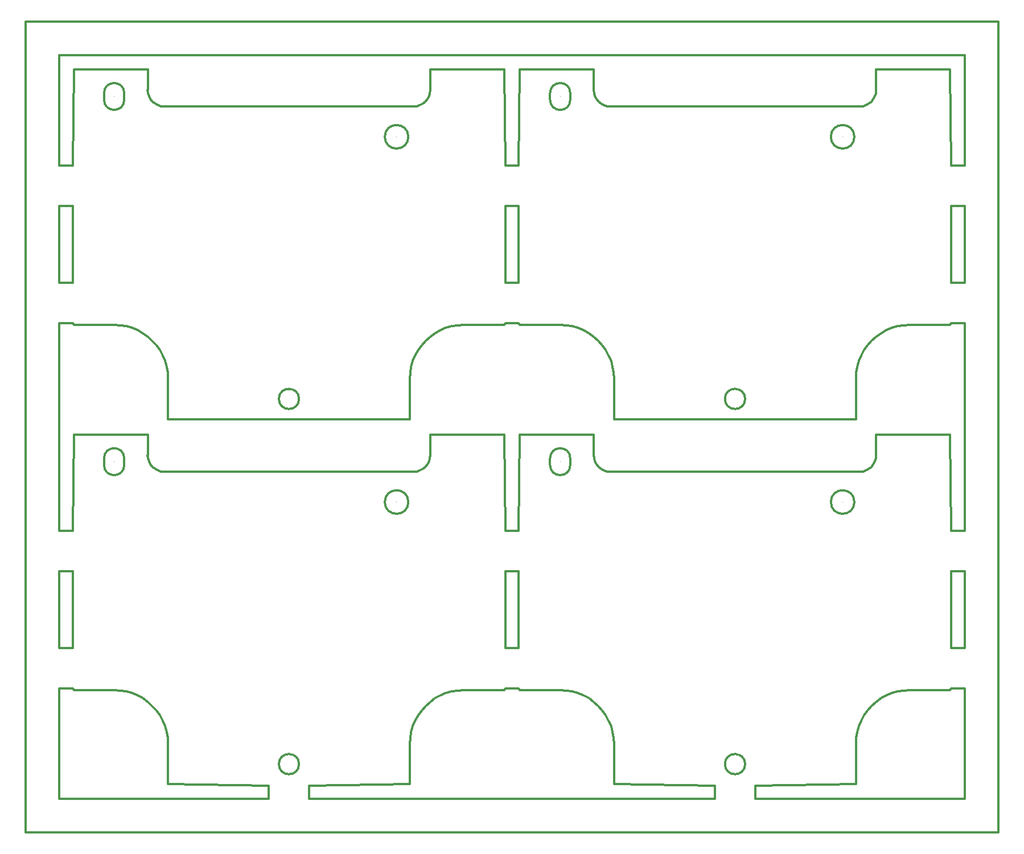
<source format=gbr>
%TF.GenerationSoftware,KiCad,Pcbnew,(6.0.0)*%
%TF.CreationDate,2022-01-03T10:41:28+08:00*%
%TF.ProjectId,SX7H02050048PB,53583748-3032-4303-9530-30343850422e,rev?*%
%TF.SameCoordinates,Original*%
%TF.FileFunction,Profile,NP*%
%FSLAX46Y46*%
G04 Gerber Fmt 4.6, Leading zero omitted, Abs format (unit mm)*
G04 Created by KiCad (PCBNEW (6.0.0)) date 2022-01-03 10:41:28*
%MOMM*%
%LPD*%
G01*
G04 APERTURE LIST*
%TA.AperFunction,Profile*%
%ADD10C,0.350000*%
%TD*%
%TA.AperFunction,Profile*%
%ADD11C,0.010049*%
%TD*%
%TA.AperFunction,Profile*%
%ADD12C,0.010050*%
%TD*%
G04 APERTURE END LIST*
D10*
X128525000Y-133700122D02*
X128525000Y-135700122D01*
X122525000Y-133700122D02*
X122525000Y-135700122D01*
X128525000Y-135700122D02*
X159700000Y-135700122D01*
X62175000Y-135700122D02*
X122525000Y-135700122D01*
X128525000Y-133700122D02*
X143525000Y-133525122D01*
X107525000Y-133525122D02*
X122525000Y-133700122D01*
X62175000Y-133700122D02*
X62175000Y-135700122D01*
X56175000Y-133700122D02*
X56175000Y-135700122D01*
X25000000Y-135700122D02*
X56175000Y-135700122D01*
X62175000Y-133700122D02*
X77175000Y-133525122D01*
X41175000Y-133525122D02*
X56175000Y-133700122D01*
X157700000Y-119250101D02*
X159700000Y-119250101D01*
X157700000Y-113250101D02*
X159700000Y-113250101D01*
X159700000Y-119250101D02*
X159700000Y-135700122D01*
X159700000Y-101800081D02*
X159700000Y-113250101D01*
X157700000Y-119250101D02*
X157525000Y-119525122D01*
X157700000Y-101800081D02*
X157700000Y-113250101D01*
X157700000Y-101800081D02*
X159700000Y-101800081D01*
X157700000Y-95800081D02*
X159700000Y-95800081D01*
X159700000Y-64900040D02*
X159700000Y-95800081D01*
X157525000Y-81525061D02*
X157700000Y-95800081D01*
X91350000Y-119250101D02*
X93350000Y-119250101D01*
X91350000Y-113250101D02*
X93350000Y-113250101D01*
X93350000Y-119250101D02*
X93525000Y-119525122D01*
X93350000Y-101800081D02*
X93350000Y-113250101D01*
X91350000Y-119250101D02*
X91175000Y-119525122D01*
X91350000Y-101800081D02*
X91350000Y-113250101D01*
X91350000Y-101800081D02*
X93350000Y-101800081D01*
X91350000Y-95800081D02*
X93350000Y-95800081D01*
X93525000Y-81525061D02*
X93350000Y-95800081D01*
X91175000Y-81525061D02*
X91350000Y-95800081D01*
X25000000Y-119250101D02*
X27000000Y-119250101D01*
X25000000Y-113250101D02*
X27000000Y-113250101D01*
X27000000Y-119250101D02*
X27175000Y-119525122D01*
X27000000Y-101800081D02*
X27000000Y-113250101D01*
X25000000Y-119250101D02*
X25000000Y-135700122D01*
X25000000Y-101800081D02*
X25000000Y-113250101D01*
X25000000Y-101800081D02*
X27000000Y-101800081D01*
X25000000Y-95800081D02*
X27000000Y-95800081D01*
X27175000Y-81525061D02*
X27000000Y-95800081D01*
X25000000Y-64900040D02*
X25000000Y-95800081D01*
X157700000Y-64900040D02*
X159700000Y-64900040D01*
X157700000Y-58900040D02*
X159700000Y-58900040D01*
X159700000Y-47450020D02*
X159700000Y-58900040D01*
X157700000Y-64900040D02*
X157525000Y-65175061D01*
X157700000Y-47450020D02*
X157700000Y-58900040D01*
X157700000Y-47450020D02*
X159700000Y-47450020D01*
X157700000Y-41450020D02*
X159700000Y-41450020D01*
X159700000Y-25000000D02*
X159700000Y-41450020D01*
X157525000Y-27175000D02*
X157700000Y-41450020D01*
X91350000Y-64900040D02*
X93350000Y-64900040D01*
X91350000Y-58900040D02*
X93350000Y-58900040D01*
X93350000Y-64900040D02*
X93525000Y-65175061D01*
X93350000Y-47450020D02*
X93350000Y-58900040D01*
X91350000Y-64900040D02*
X91175000Y-65175061D01*
X91350000Y-47450020D02*
X91350000Y-58900040D01*
X91350000Y-47450020D02*
X93350000Y-47450020D01*
X91350000Y-41450020D02*
X93350000Y-41450020D01*
X93525000Y-27175000D02*
X93350000Y-41450020D01*
X91175000Y-27175000D02*
X91350000Y-41450020D01*
X25000000Y-64900040D02*
X27000000Y-64900040D01*
X25000000Y-58900040D02*
X27000000Y-58900040D01*
X27000000Y-64900040D02*
X27175000Y-65175061D01*
X27000000Y-47450020D02*
X27000000Y-58900040D01*
X25000000Y-47450020D02*
X25000000Y-58900040D01*
X25000000Y-47450020D02*
X27000000Y-47450020D01*
X25000000Y-41450020D02*
X27000000Y-41450020D01*
X27175000Y-27175000D02*
X27000000Y-41450020D01*
X25000000Y-25000000D02*
X25000000Y-41450020D01*
X106063636Y-86845923D02*
X105629371Y-86613806D01*
X107336707Y-125742102D02*
X107487220Y-126627966D01*
X146529212Y-121260596D02*
X147262061Y-120740637D01*
X106309485Y-123262122D02*
X106744117Y-124048560D01*
X104525000Y-84525061D02*
X104525000Y-81525061D01*
X107025000Y-87037146D02*
X106534888Y-86988928D01*
X143525000Y-133525122D02*
X143512427Y-127525122D01*
X106534888Y-86988928D02*
X106063636Y-86845923D01*
X143713294Y-125742102D02*
X143962073Y-124878699D01*
X143512427Y-127525122D02*
X143562781Y-126627966D01*
X105789527Y-122529334D02*
X106309485Y-123262122D01*
X144740516Y-123262122D02*
X145260474Y-122529334D01*
X104704139Y-85486426D02*
X104561133Y-85015173D01*
X146113746Y-85920691D02*
X145801307Y-86301367D01*
X148878638Y-119962134D02*
X149742041Y-119713355D01*
X98025000Y-86019080D02*
X98025000Y-85019080D01*
X107087928Y-124878699D02*
X107336707Y-125742102D01*
X104525000Y-81525061D02*
X93525000Y-81525061D01*
X127028967Y-130525122D02*
G75*
G03*
X127028967Y-130525122I-1499999J0D01*
G01*
X146525000Y-84525061D02*
X146537085Y-84525061D01*
X106744117Y-124048560D02*
X107087928Y-124878699D01*
X157525000Y-81525061D02*
X146525000Y-81525061D01*
X104936255Y-85920691D02*
X104704139Y-85486426D01*
X107487220Y-126627966D02*
X107537574Y-127525122D01*
X104512915Y-84525061D02*
X104525000Y-84525061D01*
X149742041Y-119713355D02*
X150627906Y-119562842D01*
X143285436Y-91520422D02*
G75*
G03*
X143285436Y-91520422I-1749999J0D01*
G01*
X101025000Y-85019080D02*
G75*
G03*
X98025000Y-85019080I-1500000J0D01*
G01*
X98025000Y-86019080D02*
G75*
G03*
X101025000Y-86019080I1500000J0D01*
G01*
X143562781Y-126627966D02*
X143713294Y-125742102D01*
X102171363Y-119962134D02*
X103001502Y-120306006D01*
X107537574Y-127525122D02*
X107525000Y-127525122D01*
X100422095Y-119562842D02*
X101307959Y-119713355D01*
X145260474Y-122529334D02*
X145859229Y-121859351D01*
X147262061Y-120740637D02*
X148048499Y-120306006D01*
D11*
X125533992Y-130525122D02*
G75*
G03*
X125533992Y-130525122I-5024J0D01*
G01*
D10*
X151525000Y-119525122D02*
X157525000Y-119525122D01*
X105190772Y-121859351D02*
X105789527Y-122529334D01*
X93525000Y-119525122D02*
X99525000Y-119512488D01*
X146537085Y-84525061D02*
X146488868Y-85015173D01*
X145859229Y-121859351D02*
X146529212Y-121260596D01*
X144305884Y-124048560D02*
X144740516Y-123262122D01*
X105248694Y-86301367D02*
X104936255Y-85920691D01*
D11*
X141540461Y-91520422D02*
G75*
G03*
X141540461Y-91520422I-5024J0D01*
G01*
D10*
X104520789Y-121260596D02*
X105190772Y-121859351D01*
X146488868Y-85015173D02*
X146345862Y-85486426D01*
X151525000Y-119512488D02*
X151525000Y-119525122D01*
X144025000Y-87025061D02*
X107025000Y-87025061D01*
X144515113Y-86988928D02*
X144025000Y-87037146D01*
X101025000Y-85019080D02*
X101025000Y-86019080D01*
X146345862Y-85486426D02*
X146113746Y-85920691D01*
X103787940Y-120740637D02*
X104520789Y-121260596D01*
X107025000Y-87025061D02*
X107025000Y-87037146D01*
X146525000Y-81525061D02*
X146525000Y-84525061D01*
X144986365Y-86845923D02*
X144515113Y-86988928D01*
X145801307Y-86301367D02*
X145420630Y-86613806D01*
X148048499Y-120306006D02*
X148878638Y-119962134D01*
X144025000Y-87037146D02*
X144025000Y-87025061D01*
X101307959Y-119713355D02*
X102171363Y-119962134D01*
X143962073Y-124878699D02*
X144305884Y-124048560D01*
D12*
X99530025Y-85519080D02*
G75*
G03*
X99530025Y-85519080I-5025J0D01*
G01*
D10*
X145420630Y-86613806D02*
X144986365Y-86845923D01*
X150627906Y-119562842D02*
X151525000Y-119512488D01*
X103001502Y-120306006D02*
X103787940Y-120740637D01*
X99525000Y-119512488D02*
X100422095Y-119562842D01*
X105629371Y-86613806D02*
X105248694Y-86301367D01*
X104561133Y-85015173D02*
X104512915Y-84525061D01*
X107525000Y-127525122D02*
X107525000Y-133525122D01*
X39713636Y-86845923D02*
X39279371Y-86613806D01*
X40986707Y-125742102D02*
X41137220Y-126627966D01*
X80179212Y-121260596D02*
X80912061Y-120740637D01*
X39959485Y-123262122D02*
X40394117Y-124048560D01*
X38175000Y-84525061D02*
X38175000Y-81525061D01*
X40675000Y-87037146D02*
X40184888Y-86988928D01*
X77175000Y-133525122D02*
X77162427Y-127525122D01*
X40184888Y-86988928D02*
X39713636Y-86845923D01*
X77363294Y-125742102D02*
X77612073Y-124878699D01*
X77162427Y-127525122D02*
X77212781Y-126627966D01*
X39439527Y-122529334D02*
X39959485Y-123262122D01*
X78390516Y-123262122D02*
X78910474Y-122529334D01*
X38354139Y-85486426D02*
X38211133Y-85015173D01*
X79763746Y-85920691D02*
X79451307Y-86301367D01*
X82528638Y-119962134D02*
X83392041Y-119713355D01*
X31675000Y-86019080D02*
X31675000Y-85019080D01*
X40737928Y-124878699D02*
X40986707Y-125742102D01*
X38175000Y-81525061D02*
X27175000Y-81525061D01*
X60678967Y-130525122D02*
G75*
G03*
X60678967Y-130525122I-1499999J0D01*
G01*
X80175000Y-84525061D02*
X80187085Y-84525061D01*
X40394117Y-124048560D02*
X40737928Y-124878699D01*
X91175000Y-81525061D02*
X80175000Y-81525061D01*
X38586255Y-85920691D02*
X38354139Y-85486426D01*
X41137220Y-126627966D02*
X41187574Y-127525122D01*
X38162915Y-84525061D02*
X38175000Y-84525061D01*
X83392041Y-119713355D02*
X84277906Y-119562842D01*
X76935436Y-91520422D02*
G75*
G03*
X76935436Y-91520422I-1749999J0D01*
G01*
X34675000Y-85019080D02*
G75*
G03*
X31675000Y-85019080I-1500000J0D01*
G01*
X31675000Y-86019080D02*
G75*
G03*
X34675000Y-86019080I1500000J0D01*
G01*
X77212781Y-126627966D02*
X77363294Y-125742102D01*
X35821363Y-119962134D02*
X36651502Y-120306006D01*
X41187574Y-127525122D02*
X41175000Y-127525122D01*
X34072095Y-119562842D02*
X34957959Y-119713355D01*
X78910474Y-122529334D02*
X79509229Y-121859351D01*
X80912061Y-120740637D02*
X81698499Y-120306006D01*
D11*
X59183992Y-130525122D02*
G75*
G03*
X59183992Y-130525122I-5024J0D01*
G01*
D10*
X85175000Y-119525122D02*
X91175000Y-119525122D01*
X38840772Y-121859351D02*
X39439527Y-122529334D01*
X27175000Y-119525122D02*
X33175000Y-119512488D01*
X80187085Y-84525061D02*
X80138868Y-85015173D01*
X79509229Y-121859351D02*
X80179212Y-121260596D01*
X77955884Y-124048560D02*
X78390516Y-123262122D01*
X38898694Y-86301367D02*
X38586255Y-85920691D01*
D11*
X75190461Y-91520422D02*
G75*
G03*
X75190461Y-91520422I-5024J0D01*
G01*
D10*
X38170789Y-121260596D02*
X38840772Y-121859351D01*
X80138868Y-85015173D02*
X79995862Y-85486426D01*
X85175000Y-119512488D02*
X85175000Y-119525122D01*
X77675000Y-87025061D02*
X40675000Y-87025061D01*
X78165113Y-86988928D02*
X77675000Y-87037146D01*
X34675000Y-85019080D02*
X34675000Y-86019080D01*
X79995862Y-85486426D02*
X79763746Y-85920691D01*
X37437940Y-120740637D02*
X38170789Y-121260596D01*
X40675000Y-87025061D02*
X40675000Y-87037146D01*
X80175000Y-81525061D02*
X80175000Y-84525061D01*
X78636365Y-86845923D02*
X78165113Y-86988928D01*
X79451307Y-86301367D02*
X79070630Y-86613806D01*
X81698499Y-120306006D02*
X82528638Y-119962134D01*
X77675000Y-87037146D02*
X77675000Y-87025061D01*
X34957959Y-119713355D02*
X35821363Y-119962134D01*
X77612073Y-124878699D02*
X77955884Y-124048560D01*
D12*
X33180025Y-85519080D02*
G75*
G03*
X33180025Y-85519080I-5025J0D01*
G01*
D10*
X79070630Y-86613806D02*
X78636365Y-86845923D01*
X84277906Y-119562842D02*
X85175000Y-119512488D01*
X36651502Y-120306006D02*
X37437940Y-120740637D01*
X33175000Y-119512488D02*
X34072095Y-119562842D01*
X39279371Y-86613806D02*
X38898694Y-86301367D01*
X38211133Y-85015173D02*
X38162915Y-84525061D01*
X41175000Y-127525122D02*
X41175000Y-133525122D01*
X106063636Y-32495862D02*
X105629371Y-32263745D01*
X107336707Y-71392041D02*
X107487220Y-72277905D01*
X146529212Y-66910535D02*
X147262061Y-66390576D01*
X106309485Y-68912061D02*
X106744117Y-69698499D01*
X104525000Y-30175000D02*
X104525000Y-27175000D01*
X107025000Y-32687085D02*
X106534888Y-32638867D01*
X143525000Y-79175061D02*
X143512427Y-73175061D01*
X106534888Y-32638867D02*
X106063636Y-32495862D01*
X143713294Y-71392041D02*
X143962073Y-70528638D01*
X143512427Y-73175061D02*
X143562781Y-72277905D01*
X105789527Y-68179273D02*
X106309485Y-68912061D01*
X144740516Y-68912061D02*
X145260474Y-68179273D01*
X104704139Y-31136365D02*
X104561133Y-30665112D01*
X146113746Y-31570630D02*
X145801307Y-31951306D01*
X148878638Y-65612073D02*
X149742041Y-65363294D01*
X98025000Y-31669019D02*
X98025000Y-30669019D01*
X107087928Y-70528638D02*
X107336707Y-71392041D01*
X104525000Y-27175000D02*
X93525000Y-27175000D01*
X127028967Y-76175061D02*
G75*
G03*
X127028967Y-76175061I-1499999J0D01*
G01*
X146525000Y-30175000D02*
X146537085Y-30175000D01*
X106744117Y-69698499D02*
X107087928Y-70528638D01*
X157525000Y-27175000D02*
X146525000Y-27175000D01*
X104936255Y-31570630D02*
X104704139Y-31136365D01*
X107487220Y-72277905D02*
X107537574Y-73175061D01*
X104512915Y-30175000D02*
X104525000Y-30175000D01*
X149742041Y-65363294D02*
X150627906Y-65212781D01*
X143285436Y-37170361D02*
G75*
G03*
X143285436Y-37170361I-1749999J0D01*
G01*
X101025000Y-30669019D02*
G75*
G03*
X98025000Y-30669019I-1500000J0D01*
G01*
X98025000Y-31669019D02*
G75*
G03*
X101025000Y-31669019I1500000J0D01*
G01*
X143562781Y-72277905D02*
X143713294Y-71392041D01*
X102171363Y-65612073D02*
X103001502Y-65955945D01*
X107537574Y-73175061D02*
X107525000Y-73175061D01*
X100422095Y-65212781D02*
X101307959Y-65363294D01*
X145260474Y-68179273D02*
X145859229Y-67509290D01*
X147262061Y-66390576D02*
X148048499Y-65955945D01*
X107525000Y-79175061D02*
X143525000Y-79175061D01*
D11*
X125533992Y-76175061D02*
G75*
G03*
X125533992Y-76175061I-5024J0D01*
G01*
D10*
X151525000Y-65175061D02*
X157525000Y-65175061D01*
X105190772Y-67509290D02*
X105789527Y-68179273D01*
X93525000Y-65175061D02*
X99525000Y-65162427D01*
X146537085Y-30175000D02*
X146488868Y-30665112D01*
X145859229Y-67509290D02*
X146529212Y-66910535D01*
X144305884Y-69698499D02*
X144740516Y-68912061D01*
X105248694Y-31951306D02*
X104936255Y-31570630D01*
D11*
X141540461Y-37170361D02*
G75*
G03*
X141540461Y-37170361I-5024J0D01*
G01*
D10*
X104520789Y-66910535D02*
X105190772Y-67509290D01*
X146488868Y-30665112D02*
X146345862Y-31136365D01*
X151525000Y-65162427D02*
X151525000Y-65175061D01*
X144025000Y-32675000D02*
X107025000Y-32675000D01*
X144515113Y-32638867D02*
X144025000Y-32687085D01*
X101025000Y-30669019D02*
X101025000Y-31669019D01*
X146345862Y-31136365D02*
X146113746Y-31570630D01*
X103787940Y-66390576D02*
X104520789Y-66910535D01*
X107025000Y-32675000D02*
X107025000Y-32687085D01*
X146525000Y-27175000D02*
X146525000Y-30175000D01*
X144986365Y-32495862D02*
X144515113Y-32638867D01*
X145801307Y-31951306D02*
X145420630Y-32263745D01*
X148048499Y-65955945D02*
X148878638Y-65612073D01*
X144025000Y-32687085D02*
X144025000Y-32675000D01*
X101307959Y-65363294D02*
X102171363Y-65612073D01*
X143962073Y-70528638D02*
X144305884Y-69698499D01*
D12*
X99530025Y-31169019D02*
G75*
G03*
X99530025Y-31169019I-5025J0D01*
G01*
D10*
X145420630Y-32263745D02*
X144986365Y-32495862D01*
X150627906Y-65212781D02*
X151525000Y-65162427D01*
X103001502Y-65955945D02*
X103787940Y-66390576D01*
X99525000Y-65162427D02*
X100422095Y-65212781D01*
X105629371Y-32263745D02*
X105248694Y-31951306D01*
X104561133Y-30665112D02*
X104512915Y-30175000D01*
X107525000Y-73175061D02*
X107525000Y-79175061D01*
X39713636Y-32495862D02*
X39279371Y-32263745D01*
X40986707Y-71392041D02*
X41137220Y-72277905D01*
X80179212Y-66910535D02*
X80912061Y-66390576D01*
X39959485Y-68912061D02*
X40394117Y-69698499D01*
X38175000Y-30175000D02*
X38175000Y-27175000D01*
X40675000Y-32687085D02*
X40184888Y-32638867D01*
X77175000Y-79175061D02*
X77162427Y-73175061D01*
X40184888Y-32638867D02*
X39713636Y-32495862D01*
X77363294Y-71392041D02*
X77612073Y-70528638D01*
X77162427Y-73175061D02*
X77212781Y-72277905D01*
X39439527Y-68179273D02*
X39959485Y-68912061D01*
X78390516Y-68912061D02*
X78910474Y-68179273D01*
X38354139Y-31136365D02*
X38211133Y-30665112D01*
X79763746Y-31570630D02*
X79451307Y-31951306D01*
X82528638Y-65612073D02*
X83392041Y-65363294D01*
X31675000Y-31669019D02*
X31675000Y-30669019D01*
X40737928Y-70528638D02*
X40986707Y-71392041D01*
X38175000Y-27175000D02*
X27175000Y-27175000D01*
X60678967Y-76175061D02*
G75*
G03*
X60678967Y-76175061I-1499999J0D01*
G01*
X80175000Y-30175000D02*
X80187085Y-30175000D01*
X40394117Y-69698499D02*
X40737928Y-70528638D01*
X91175000Y-27175000D02*
X80175000Y-27175000D01*
X38586255Y-31570630D02*
X38354139Y-31136365D01*
X41137220Y-72277905D02*
X41187574Y-73175061D01*
X38162915Y-30175000D02*
X38175000Y-30175000D01*
X83392041Y-65363294D02*
X84277906Y-65212781D01*
X76935436Y-37170361D02*
G75*
G03*
X76935436Y-37170361I-1749999J0D01*
G01*
X34675000Y-30669019D02*
G75*
G03*
X31675000Y-30669019I-1500000J0D01*
G01*
X31675000Y-31669019D02*
G75*
G03*
X34675000Y-31669019I1500000J0D01*
G01*
X77212781Y-72277905D02*
X77363294Y-71392041D01*
X35821363Y-65612073D02*
X36651502Y-65955945D01*
X41187574Y-73175061D02*
X41175000Y-73175061D01*
X34072095Y-65212781D02*
X34957959Y-65363294D01*
X78910474Y-68179273D02*
X79509229Y-67509290D01*
X80912061Y-66390576D02*
X81698499Y-65955945D01*
X41175000Y-79175061D02*
X77175000Y-79175061D01*
D11*
X59183992Y-76175061D02*
G75*
G03*
X59183992Y-76175061I-5024J0D01*
G01*
D10*
X85175000Y-65175061D02*
X91175000Y-65175061D01*
X38840772Y-67509290D02*
X39439527Y-68179273D01*
X27175000Y-65175061D02*
X33175000Y-65162427D01*
X80187085Y-30175000D02*
X80138868Y-30665112D01*
X79509229Y-67509290D02*
X80179212Y-66910535D01*
X77955884Y-69698499D02*
X78390516Y-68912061D01*
X38898694Y-31951306D02*
X38586255Y-31570630D01*
D11*
X75190461Y-37170361D02*
G75*
G03*
X75190461Y-37170361I-5024J0D01*
G01*
D10*
X38170789Y-66910535D02*
X38840772Y-67509290D01*
X80138868Y-30665112D02*
X79995862Y-31136365D01*
X85175000Y-65162427D02*
X85175000Y-65175061D01*
X77675000Y-32675000D02*
X40675000Y-32675000D01*
X78165113Y-32638867D02*
X77675000Y-32687085D01*
X34675000Y-30669019D02*
X34675000Y-31669019D01*
X79995862Y-31136365D02*
X79763746Y-31570630D01*
X37437940Y-66390576D02*
X38170789Y-66910535D01*
X40675000Y-32675000D02*
X40675000Y-32687085D01*
X80175000Y-27175000D02*
X80175000Y-30175000D01*
X78636365Y-32495862D02*
X78165113Y-32638867D01*
X79451307Y-31951306D02*
X79070630Y-32263745D01*
X81698499Y-65955945D02*
X82528638Y-65612073D01*
X77675000Y-32687085D02*
X77675000Y-32675000D01*
X34957959Y-65363294D02*
X35821363Y-65612073D01*
X77612073Y-70528638D02*
X77955884Y-69698499D01*
D12*
X33180025Y-31169019D02*
G75*
G03*
X33180025Y-31169019I-5025J0D01*
G01*
D10*
X79070630Y-32263745D02*
X78636365Y-32495862D01*
X84277906Y-65212781D02*
X85175000Y-65162427D01*
X36651502Y-65955945D02*
X37437940Y-66390576D01*
X33175000Y-65162427D02*
X34072095Y-65212781D01*
X39279371Y-32263745D02*
X38898694Y-31951306D01*
X38211133Y-30665112D02*
X38162915Y-30175000D01*
X41175000Y-73175061D02*
X41175000Y-79175061D01*
X25000000Y-25000000D02*
X159700000Y-25000000D01*
X20000000Y-20000000D02*
X20000000Y-140700122D01*
X20000000Y-140700122D02*
X164700000Y-140700122D01*
X164700000Y-20000000D02*
X164700000Y-140700122D01*
X20000000Y-20000000D02*
X164700000Y-20000000D01*
M02*

</source>
